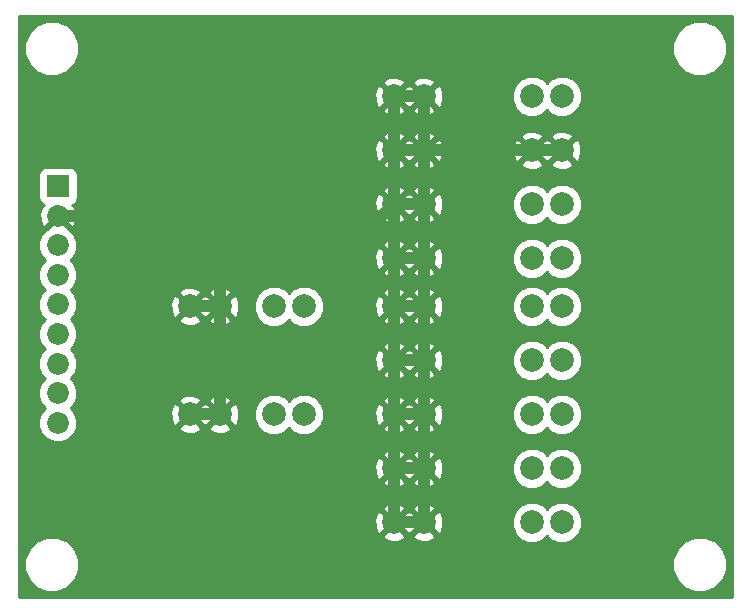
<source format=gbr>
G04 #@! TF.FileFunction,Copper,L2,Bot,Signal*
%FSLAX46Y46*%
G04 Gerber Fmt 4.6, Leading zero omitted, Abs format (unit mm)*
G04 Created by KiCad (PCBNEW 4.0.7) date 05/30/18 05:48:27*
%MOMM*%
%LPD*%
G01*
G04 APERTURE LIST*
%ADD10C,0.100000*%
%ADD11R,1.850000X1.850000*%
%ADD12C,1.850000*%
%ADD13C,2.000000*%
%ADD14C,0.800000*%
%ADD15C,1.000000*%
%ADD16C,0.254000*%
G04 APERTURE END LIST*
D10*
D11*
X120396000Y-91948000D03*
D12*
X120396000Y-94448000D03*
X120396000Y-96948000D03*
X120396000Y-99448000D03*
X120396000Y-101948000D03*
X120396000Y-104448000D03*
X120396000Y-106948000D03*
X120396000Y-109448000D03*
X120396000Y-111948000D03*
D13*
X160528000Y-88900000D03*
X163068000Y-88900000D03*
X160528000Y-84328000D03*
X163068000Y-84328000D03*
X160528000Y-93472000D03*
X163068000Y-93472000D03*
X160528000Y-98044000D03*
X163068000Y-98044000D03*
X160528000Y-102108000D03*
X163068000Y-102108000D03*
X138684000Y-102108000D03*
X141224000Y-102108000D03*
X160528000Y-106680000D03*
X163068000Y-106680000D03*
X160528000Y-111252000D03*
X163068000Y-111252000D03*
X138684000Y-111252000D03*
X141224000Y-111252000D03*
X160528000Y-115824000D03*
X163068000Y-115824000D03*
X160528000Y-120396000D03*
X163068000Y-120396000D03*
X148844000Y-102108000D03*
X151384000Y-102108000D03*
X148844000Y-111252000D03*
X151384000Y-111252000D03*
X148844000Y-84328000D03*
X151384000Y-84328000D03*
X148844000Y-98044000D03*
X151384000Y-98044000D03*
X148844000Y-106680000D03*
X151384000Y-106680000D03*
X148844000Y-115824000D03*
X151384000Y-115824000D03*
X148844000Y-93472000D03*
X151384000Y-93472000D03*
X131572000Y-102108000D03*
X134112000Y-102108000D03*
X131572000Y-111252000D03*
X134112000Y-111252000D03*
X148844000Y-120396000D03*
X151384000Y-120396000D03*
X148844000Y-88900000D03*
X151384000Y-88900000D03*
D14*
X134620000Y-97028000D03*
D15*
X134620000Y-97028000D02*
X134112000Y-97028000D01*
X134112000Y-97028000D02*
X134620000Y-97028000D01*
X134112000Y-111252000D02*
X134112000Y-102108000D01*
X134112000Y-102108000D02*
X134112000Y-94488000D01*
X131572000Y-111252000D02*
X134112000Y-111252000D01*
X131572000Y-102108000D02*
X134112000Y-102108000D01*
X148844000Y-120396000D02*
X151384000Y-120396000D01*
X148844000Y-115824000D02*
X151384000Y-115824000D01*
X148844000Y-111252000D02*
X151384000Y-111252000D01*
X148844000Y-106680000D02*
X151384000Y-106680000D01*
X148844000Y-102108000D02*
X151384000Y-102108000D01*
X148844000Y-98044000D02*
X151384000Y-98044000D01*
X148844000Y-93472000D02*
X151384000Y-93472000D01*
X148844000Y-88900000D02*
X151384000Y-88900000D01*
X148844000Y-84328000D02*
X151384000Y-84328000D01*
X151384000Y-88900000D02*
X160528000Y-88900000D01*
X160528000Y-88900000D02*
X163068000Y-88900000D01*
X151384000Y-120396000D02*
X151384000Y-115824000D01*
X151384000Y-115824000D02*
X151384000Y-111252000D01*
X151384000Y-111252000D02*
X151384000Y-106680000D01*
X151384000Y-106680000D02*
X151384000Y-102108000D01*
X151384000Y-102108000D02*
X151384000Y-98044000D01*
X151384000Y-98044000D02*
X151384000Y-93472000D01*
X151384000Y-93472000D02*
X151384000Y-88900000D01*
X151384000Y-88900000D02*
X151384000Y-84328000D01*
X148844000Y-88900000D02*
X148844000Y-93472000D01*
X148844000Y-93472000D02*
X148844000Y-98044000D01*
X148844000Y-98044000D02*
X148844000Y-102108000D01*
X148844000Y-102108000D02*
X148844000Y-106680000D01*
X148844000Y-106680000D02*
X148844000Y-111252000D01*
X148844000Y-111252000D02*
X148844000Y-115824000D01*
X148844000Y-115824000D02*
X148844000Y-120396000D01*
X148844000Y-84328000D02*
X148844000Y-88900000D01*
X120396000Y-94448000D02*
X120436000Y-94488000D01*
X120436000Y-94488000D02*
X134112000Y-94488000D01*
X134112000Y-94488000D02*
X147828000Y-94488000D01*
X147828000Y-94488000D02*
X148844000Y-93472000D01*
D16*
G36*
X177506000Y-126706000D02*
X117134000Y-126706000D01*
X117134000Y-124412838D01*
X117560597Y-124412838D01*
X117914115Y-125268418D01*
X118568139Y-125923585D01*
X119423100Y-126278596D01*
X120348838Y-126279403D01*
X121204418Y-125925885D01*
X121859585Y-125271861D01*
X122214596Y-124416900D01*
X122214599Y-124412838D01*
X172424597Y-124412838D01*
X172778115Y-125268418D01*
X173432139Y-125923585D01*
X174287100Y-126278596D01*
X175212838Y-126279403D01*
X176068418Y-125925885D01*
X176723585Y-125271861D01*
X177078596Y-124416900D01*
X177079403Y-123491162D01*
X176725885Y-122635582D01*
X176071861Y-121980415D01*
X175216900Y-121625404D01*
X174291162Y-121624597D01*
X173435582Y-121978115D01*
X172780415Y-122632139D01*
X172425404Y-123487100D01*
X172424597Y-124412838D01*
X122214599Y-124412838D01*
X122215403Y-123491162D01*
X121861885Y-122635582D01*
X121207861Y-121980415D01*
X120352900Y-121625404D01*
X119427162Y-121624597D01*
X118571582Y-121978115D01*
X117916415Y-122632139D01*
X117561404Y-123487100D01*
X117560597Y-124412838D01*
X117134000Y-124412838D01*
X117134000Y-121548532D01*
X147871073Y-121548532D01*
X147969736Y-121815387D01*
X148579461Y-122041908D01*
X149229460Y-122017856D01*
X149718264Y-121815387D01*
X149816927Y-121548532D01*
X150411073Y-121548532D01*
X150509736Y-121815387D01*
X151119461Y-122041908D01*
X151769460Y-122017856D01*
X152258264Y-121815387D01*
X152356927Y-121548532D01*
X151384000Y-120575605D01*
X150411073Y-121548532D01*
X149816927Y-121548532D01*
X148844000Y-120575605D01*
X147871073Y-121548532D01*
X117134000Y-121548532D01*
X117134000Y-120131461D01*
X147198092Y-120131461D01*
X147222144Y-120781460D01*
X147424613Y-121270264D01*
X147691468Y-121368927D01*
X148664395Y-120396000D01*
X149023605Y-120396000D01*
X149996532Y-121368927D01*
X150114000Y-121325496D01*
X150231468Y-121368927D01*
X151204395Y-120396000D01*
X151563605Y-120396000D01*
X152536532Y-121368927D01*
X152803387Y-121270264D01*
X153001125Y-120738014D01*
X158800701Y-120738014D01*
X159063067Y-121372989D01*
X159548456Y-121859226D01*
X160182971Y-122122700D01*
X160870014Y-122123299D01*
X161504989Y-121860933D01*
X161798085Y-121568348D01*
X162088456Y-121859226D01*
X162722971Y-122122700D01*
X163410014Y-122123299D01*
X164044989Y-121860933D01*
X164531226Y-121375544D01*
X164794700Y-120741029D01*
X164795299Y-120053986D01*
X164532933Y-119419011D01*
X164047544Y-118932774D01*
X163413029Y-118669300D01*
X162725986Y-118668701D01*
X162091011Y-118931067D01*
X161797915Y-119223652D01*
X161507544Y-118932774D01*
X160873029Y-118669300D01*
X160185986Y-118668701D01*
X159551011Y-118931067D01*
X159064774Y-119416456D01*
X158801300Y-120050971D01*
X158800701Y-120738014D01*
X153001125Y-120738014D01*
X153029908Y-120660539D01*
X153005856Y-120010540D01*
X152803387Y-119521736D01*
X152536532Y-119423073D01*
X151563605Y-120396000D01*
X151204395Y-120396000D01*
X150231468Y-119423073D01*
X150114000Y-119466504D01*
X149996532Y-119423073D01*
X149023605Y-120396000D01*
X148664395Y-120396000D01*
X147691468Y-119423073D01*
X147424613Y-119521736D01*
X147198092Y-120131461D01*
X117134000Y-120131461D01*
X117134000Y-119243468D01*
X147871073Y-119243468D01*
X148844000Y-120216395D01*
X149816927Y-119243468D01*
X150411073Y-119243468D01*
X151384000Y-120216395D01*
X152356927Y-119243468D01*
X152258264Y-118976613D01*
X151648539Y-118750092D01*
X150998540Y-118774144D01*
X150509736Y-118976613D01*
X150411073Y-119243468D01*
X149816927Y-119243468D01*
X149718264Y-118976613D01*
X149108539Y-118750092D01*
X148458540Y-118774144D01*
X147969736Y-118976613D01*
X147871073Y-119243468D01*
X117134000Y-119243468D01*
X117134000Y-116976532D01*
X147871073Y-116976532D01*
X147969736Y-117243387D01*
X148579461Y-117469908D01*
X149229460Y-117445856D01*
X149718264Y-117243387D01*
X149816927Y-116976532D01*
X150411073Y-116976532D01*
X150509736Y-117243387D01*
X151119461Y-117469908D01*
X151769460Y-117445856D01*
X152258264Y-117243387D01*
X152356927Y-116976532D01*
X151384000Y-116003605D01*
X150411073Y-116976532D01*
X149816927Y-116976532D01*
X148844000Y-116003605D01*
X147871073Y-116976532D01*
X117134000Y-116976532D01*
X117134000Y-115559461D01*
X147198092Y-115559461D01*
X147222144Y-116209460D01*
X147424613Y-116698264D01*
X147691468Y-116796927D01*
X148664395Y-115824000D01*
X149023605Y-115824000D01*
X149996532Y-116796927D01*
X150114000Y-116753496D01*
X150231468Y-116796927D01*
X151204395Y-115824000D01*
X151563605Y-115824000D01*
X152536532Y-116796927D01*
X152803387Y-116698264D01*
X153001125Y-116166014D01*
X158800701Y-116166014D01*
X159063067Y-116800989D01*
X159548456Y-117287226D01*
X160182971Y-117550700D01*
X160870014Y-117551299D01*
X161504989Y-117288933D01*
X161798085Y-116996348D01*
X162088456Y-117287226D01*
X162722971Y-117550700D01*
X163410014Y-117551299D01*
X164044989Y-117288933D01*
X164531226Y-116803544D01*
X164794700Y-116169029D01*
X164795299Y-115481986D01*
X164532933Y-114847011D01*
X164047544Y-114360774D01*
X163413029Y-114097300D01*
X162725986Y-114096701D01*
X162091011Y-114359067D01*
X161797915Y-114651652D01*
X161507544Y-114360774D01*
X160873029Y-114097300D01*
X160185986Y-114096701D01*
X159551011Y-114359067D01*
X159064774Y-114844456D01*
X158801300Y-115478971D01*
X158800701Y-116166014D01*
X153001125Y-116166014D01*
X153029908Y-116088539D01*
X153005856Y-115438540D01*
X152803387Y-114949736D01*
X152536532Y-114851073D01*
X151563605Y-115824000D01*
X151204395Y-115824000D01*
X150231468Y-114851073D01*
X150114000Y-114894504D01*
X149996532Y-114851073D01*
X149023605Y-115824000D01*
X148664395Y-115824000D01*
X147691468Y-114851073D01*
X147424613Y-114949736D01*
X147198092Y-115559461D01*
X117134000Y-115559461D01*
X117134000Y-114671468D01*
X147871073Y-114671468D01*
X148844000Y-115644395D01*
X149816927Y-114671468D01*
X150411073Y-114671468D01*
X151384000Y-115644395D01*
X152356927Y-114671468D01*
X152258264Y-114404613D01*
X151648539Y-114178092D01*
X150998540Y-114202144D01*
X150509736Y-114404613D01*
X150411073Y-114671468D01*
X149816927Y-114671468D01*
X149718264Y-114404613D01*
X149108539Y-114178092D01*
X148458540Y-114202144D01*
X147969736Y-114404613D01*
X147871073Y-114671468D01*
X117134000Y-114671468D01*
X117134000Y-97275162D01*
X118743713Y-97275162D01*
X118994686Y-97882561D01*
X119309718Y-98198143D01*
X118996319Y-98510995D01*
X118744287Y-99117955D01*
X118743713Y-99775162D01*
X118994686Y-100382561D01*
X119309718Y-100698143D01*
X118996319Y-101010995D01*
X118744287Y-101617955D01*
X118743713Y-102275162D01*
X118994686Y-102882561D01*
X119309718Y-103198143D01*
X118996319Y-103510995D01*
X118744287Y-104117955D01*
X118743713Y-104775162D01*
X118994686Y-105382561D01*
X119309718Y-105698143D01*
X118996319Y-106010995D01*
X118744287Y-106617955D01*
X118743713Y-107275162D01*
X118994686Y-107882561D01*
X119309718Y-108198143D01*
X118996319Y-108510995D01*
X118744287Y-109117955D01*
X118743713Y-109775162D01*
X118994686Y-110382561D01*
X119309718Y-110698143D01*
X118996319Y-111010995D01*
X118744287Y-111617955D01*
X118743713Y-112275162D01*
X118994686Y-112882561D01*
X119458995Y-113347681D01*
X120065955Y-113599713D01*
X120723162Y-113600287D01*
X121330561Y-113349314D01*
X121795681Y-112885005D01*
X121995190Y-112404532D01*
X130599073Y-112404532D01*
X130697736Y-112671387D01*
X131307461Y-112897908D01*
X131957460Y-112873856D01*
X132446264Y-112671387D01*
X132544927Y-112404532D01*
X133139073Y-112404532D01*
X133237736Y-112671387D01*
X133847461Y-112897908D01*
X134497460Y-112873856D01*
X134986264Y-112671387D01*
X135084927Y-112404532D01*
X134112000Y-111431605D01*
X133139073Y-112404532D01*
X132544927Y-112404532D01*
X131572000Y-111431605D01*
X130599073Y-112404532D01*
X121995190Y-112404532D01*
X122047713Y-112278045D01*
X122048287Y-111620838D01*
X121797314Y-111013439D01*
X121771382Y-110987461D01*
X129926092Y-110987461D01*
X129950144Y-111637460D01*
X130152613Y-112126264D01*
X130419468Y-112224927D01*
X131392395Y-111252000D01*
X131751605Y-111252000D01*
X132724532Y-112224927D01*
X132842000Y-112181496D01*
X132959468Y-112224927D01*
X133932395Y-111252000D01*
X134291605Y-111252000D01*
X135264532Y-112224927D01*
X135531387Y-112126264D01*
X135729125Y-111594014D01*
X136956701Y-111594014D01*
X137219067Y-112228989D01*
X137704456Y-112715226D01*
X138338971Y-112978700D01*
X139026014Y-112979299D01*
X139660989Y-112716933D01*
X139954085Y-112424348D01*
X140244456Y-112715226D01*
X140878971Y-112978700D01*
X141566014Y-112979299D01*
X142200989Y-112716933D01*
X142513935Y-112404532D01*
X147871073Y-112404532D01*
X147969736Y-112671387D01*
X148579461Y-112897908D01*
X149229460Y-112873856D01*
X149718264Y-112671387D01*
X149816927Y-112404532D01*
X150411073Y-112404532D01*
X150509736Y-112671387D01*
X151119461Y-112897908D01*
X151769460Y-112873856D01*
X152258264Y-112671387D01*
X152356927Y-112404532D01*
X151384000Y-111431605D01*
X150411073Y-112404532D01*
X149816927Y-112404532D01*
X148844000Y-111431605D01*
X147871073Y-112404532D01*
X142513935Y-112404532D01*
X142687226Y-112231544D01*
X142950700Y-111597029D01*
X142951231Y-110987461D01*
X147198092Y-110987461D01*
X147222144Y-111637460D01*
X147424613Y-112126264D01*
X147691468Y-112224927D01*
X148664395Y-111252000D01*
X149023605Y-111252000D01*
X149996532Y-112224927D01*
X150114000Y-112181496D01*
X150231468Y-112224927D01*
X151204395Y-111252000D01*
X151563605Y-111252000D01*
X152536532Y-112224927D01*
X152803387Y-112126264D01*
X153001125Y-111594014D01*
X158800701Y-111594014D01*
X159063067Y-112228989D01*
X159548456Y-112715226D01*
X160182971Y-112978700D01*
X160870014Y-112979299D01*
X161504989Y-112716933D01*
X161798085Y-112424348D01*
X162088456Y-112715226D01*
X162722971Y-112978700D01*
X163410014Y-112979299D01*
X164044989Y-112716933D01*
X164531226Y-112231544D01*
X164794700Y-111597029D01*
X164795299Y-110909986D01*
X164532933Y-110275011D01*
X164047544Y-109788774D01*
X163413029Y-109525300D01*
X162725986Y-109524701D01*
X162091011Y-109787067D01*
X161797915Y-110079652D01*
X161507544Y-109788774D01*
X160873029Y-109525300D01*
X160185986Y-109524701D01*
X159551011Y-109787067D01*
X159064774Y-110272456D01*
X158801300Y-110906971D01*
X158800701Y-111594014D01*
X153001125Y-111594014D01*
X153029908Y-111516539D01*
X153005856Y-110866540D01*
X152803387Y-110377736D01*
X152536532Y-110279073D01*
X151563605Y-111252000D01*
X151204395Y-111252000D01*
X150231468Y-110279073D01*
X150114000Y-110322504D01*
X149996532Y-110279073D01*
X149023605Y-111252000D01*
X148664395Y-111252000D01*
X147691468Y-110279073D01*
X147424613Y-110377736D01*
X147198092Y-110987461D01*
X142951231Y-110987461D01*
X142951299Y-110909986D01*
X142688933Y-110275011D01*
X142513697Y-110099468D01*
X147871073Y-110099468D01*
X148844000Y-111072395D01*
X149816927Y-110099468D01*
X150411073Y-110099468D01*
X151384000Y-111072395D01*
X152356927Y-110099468D01*
X152258264Y-109832613D01*
X151648539Y-109606092D01*
X150998540Y-109630144D01*
X150509736Y-109832613D01*
X150411073Y-110099468D01*
X149816927Y-110099468D01*
X149718264Y-109832613D01*
X149108539Y-109606092D01*
X148458540Y-109630144D01*
X147969736Y-109832613D01*
X147871073Y-110099468D01*
X142513697Y-110099468D01*
X142203544Y-109788774D01*
X141569029Y-109525300D01*
X140881986Y-109524701D01*
X140247011Y-109787067D01*
X139953915Y-110079652D01*
X139663544Y-109788774D01*
X139029029Y-109525300D01*
X138341986Y-109524701D01*
X137707011Y-109787067D01*
X137220774Y-110272456D01*
X136957300Y-110906971D01*
X136956701Y-111594014D01*
X135729125Y-111594014D01*
X135757908Y-111516539D01*
X135733856Y-110866540D01*
X135531387Y-110377736D01*
X135264532Y-110279073D01*
X134291605Y-111252000D01*
X133932395Y-111252000D01*
X132959468Y-110279073D01*
X132842000Y-110322504D01*
X132724532Y-110279073D01*
X131751605Y-111252000D01*
X131392395Y-111252000D01*
X130419468Y-110279073D01*
X130152613Y-110377736D01*
X129926092Y-110987461D01*
X121771382Y-110987461D01*
X121482282Y-110697857D01*
X121795681Y-110385005D01*
X121914246Y-110099468D01*
X130599073Y-110099468D01*
X131572000Y-111072395D01*
X132544927Y-110099468D01*
X133139073Y-110099468D01*
X134112000Y-111072395D01*
X135084927Y-110099468D01*
X134986264Y-109832613D01*
X134376539Y-109606092D01*
X133726540Y-109630144D01*
X133237736Y-109832613D01*
X133139073Y-110099468D01*
X132544927Y-110099468D01*
X132446264Y-109832613D01*
X131836539Y-109606092D01*
X131186540Y-109630144D01*
X130697736Y-109832613D01*
X130599073Y-110099468D01*
X121914246Y-110099468D01*
X122047713Y-109778045D01*
X122048287Y-109120838D01*
X121797314Y-108513439D01*
X121482282Y-108197857D01*
X121795681Y-107885005D01*
X121817469Y-107832532D01*
X147871073Y-107832532D01*
X147969736Y-108099387D01*
X148579461Y-108325908D01*
X149229460Y-108301856D01*
X149718264Y-108099387D01*
X149816927Y-107832532D01*
X150411073Y-107832532D01*
X150509736Y-108099387D01*
X151119461Y-108325908D01*
X151769460Y-108301856D01*
X152258264Y-108099387D01*
X152356927Y-107832532D01*
X151384000Y-106859605D01*
X150411073Y-107832532D01*
X149816927Y-107832532D01*
X148844000Y-106859605D01*
X147871073Y-107832532D01*
X121817469Y-107832532D01*
X122047713Y-107278045D01*
X122048287Y-106620838D01*
X121963427Y-106415461D01*
X147198092Y-106415461D01*
X147222144Y-107065460D01*
X147424613Y-107554264D01*
X147691468Y-107652927D01*
X148664395Y-106680000D01*
X149023605Y-106680000D01*
X149996532Y-107652927D01*
X150114000Y-107609496D01*
X150231468Y-107652927D01*
X151204395Y-106680000D01*
X151563605Y-106680000D01*
X152536532Y-107652927D01*
X152803387Y-107554264D01*
X153001125Y-107022014D01*
X158800701Y-107022014D01*
X159063067Y-107656989D01*
X159548456Y-108143226D01*
X160182971Y-108406700D01*
X160870014Y-108407299D01*
X161504989Y-108144933D01*
X161798085Y-107852348D01*
X162088456Y-108143226D01*
X162722971Y-108406700D01*
X163410014Y-108407299D01*
X164044989Y-108144933D01*
X164531226Y-107659544D01*
X164794700Y-107025029D01*
X164795299Y-106337986D01*
X164532933Y-105703011D01*
X164047544Y-105216774D01*
X163413029Y-104953300D01*
X162725986Y-104952701D01*
X162091011Y-105215067D01*
X161797915Y-105507652D01*
X161507544Y-105216774D01*
X160873029Y-104953300D01*
X160185986Y-104952701D01*
X159551011Y-105215067D01*
X159064774Y-105700456D01*
X158801300Y-106334971D01*
X158800701Y-107022014D01*
X153001125Y-107022014D01*
X153029908Y-106944539D01*
X153005856Y-106294540D01*
X152803387Y-105805736D01*
X152536532Y-105707073D01*
X151563605Y-106680000D01*
X151204395Y-106680000D01*
X150231468Y-105707073D01*
X150114000Y-105750504D01*
X149996532Y-105707073D01*
X149023605Y-106680000D01*
X148664395Y-106680000D01*
X147691468Y-105707073D01*
X147424613Y-105805736D01*
X147198092Y-106415461D01*
X121963427Y-106415461D01*
X121797314Y-106013439D01*
X121482282Y-105697857D01*
X121652968Y-105527468D01*
X147871073Y-105527468D01*
X148844000Y-106500395D01*
X149816927Y-105527468D01*
X150411073Y-105527468D01*
X151384000Y-106500395D01*
X152356927Y-105527468D01*
X152258264Y-105260613D01*
X151648539Y-105034092D01*
X150998540Y-105058144D01*
X150509736Y-105260613D01*
X150411073Y-105527468D01*
X149816927Y-105527468D01*
X149718264Y-105260613D01*
X149108539Y-105034092D01*
X148458540Y-105058144D01*
X147969736Y-105260613D01*
X147871073Y-105527468D01*
X121652968Y-105527468D01*
X121795681Y-105385005D01*
X122047713Y-104778045D01*
X122048287Y-104120838D01*
X121797314Y-103513439D01*
X121544848Y-103260532D01*
X130599073Y-103260532D01*
X130697736Y-103527387D01*
X131307461Y-103753908D01*
X131957460Y-103729856D01*
X132446264Y-103527387D01*
X132544927Y-103260532D01*
X133139073Y-103260532D01*
X133237736Y-103527387D01*
X133847461Y-103753908D01*
X134497460Y-103729856D01*
X134986264Y-103527387D01*
X135084927Y-103260532D01*
X134112000Y-102287605D01*
X133139073Y-103260532D01*
X132544927Y-103260532D01*
X131572000Y-102287605D01*
X130599073Y-103260532D01*
X121544848Y-103260532D01*
X121482282Y-103197857D01*
X121795681Y-102885005D01*
X122047713Y-102278045D01*
X122048092Y-101843461D01*
X129926092Y-101843461D01*
X129950144Y-102493460D01*
X130152613Y-102982264D01*
X130419468Y-103080927D01*
X131392395Y-102108000D01*
X131751605Y-102108000D01*
X132724532Y-103080927D01*
X132842000Y-103037496D01*
X132959468Y-103080927D01*
X133932395Y-102108000D01*
X134291605Y-102108000D01*
X135264532Y-103080927D01*
X135531387Y-102982264D01*
X135729125Y-102450014D01*
X136956701Y-102450014D01*
X137219067Y-103084989D01*
X137704456Y-103571226D01*
X138338971Y-103834700D01*
X139026014Y-103835299D01*
X139660989Y-103572933D01*
X139954085Y-103280348D01*
X140244456Y-103571226D01*
X140878971Y-103834700D01*
X141566014Y-103835299D01*
X142200989Y-103572933D01*
X142513935Y-103260532D01*
X147871073Y-103260532D01*
X147969736Y-103527387D01*
X148579461Y-103753908D01*
X149229460Y-103729856D01*
X149718264Y-103527387D01*
X149816927Y-103260532D01*
X150411073Y-103260532D01*
X150509736Y-103527387D01*
X151119461Y-103753908D01*
X151769460Y-103729856D01*
X152258264Y-103527387D01*
X152356927Y-103260532D01*
X151384000Y-102287605D01*
X150411073Y-103260532D01*
X149816927Y-103260532D01*
X148844000Y-102287605D01*
X147871073Y-103260532D01*
X142513935Y-103260532D01*
X142687226Y-103087544D01*
X142950700Y-102453029D01*
X142951231Y-101843461D01*
X147198092Y-101843461D01*
X147222144Y-102493460D01*
X147424613Y-102982264D01*
X147691468Y-103080927D01*
X148664395Y-102108000D01*
X149023605Y-102108000D01*
X149996532Y-103080927D01*
X150114000Y-103037496D01*
X150231468Y-103080927D01*
X151204395Y-102108000D01*
X151563605Y-102108000D01*
X152536532Y-103080927D01*
X152803387Y-102982264D01*
X153001125Y-102450014D01*
X158800701Y-102450014D01*
X159063067Y-103084989D01*
X159548456Y-103571226D01*
X160182971Y-103834700D01*
X160870014Y-103835299D01*
X161504989Y-103572933D01*
X161798085Y-103280348D01*
X162088456Y-103571226D01*
X162722971Y-103834700D01*
X163410014Y-103835299D01*
X164044989Y-103572933D01*
X164531226Y-103087544D01*
X164794700Y-102453029D01*
X164795299Y-101765986D01*
X164532933Y-101131011D01*
X164047544Y-100644774D01*
X163413029Y-100381300D01*
X162725986Y-100380701D01*
X162091011Y-100643067D01*
X161797915Y-100935652D01*
X161507544Y-100644774D01*
X160873029Y-100381300D01*
X160185986Y-100380701D01*
X159551011Y-100643067D01*
X159064774Y-101128456D01*
X158801300Y-101762971D01*
X158800701Y-102450014D01*
X153001125Y-102450014D01*
X153029908Y-102372539D01*
X153005856Y-101722540D01*
X152803387Y-101233736D01*
X152536532Y-101135073D01*
X151563605Y-102108000D01*
X151204395Y-102108000D01*
X150231468Y-101135073D01*
X150114000Y-101178504D01*
X149996532Y-101135073D01*
X149023605Y-102108000D01*
X148664395Y-102108000D01*
X147691468Y-101135073D01*
X147424613Y-101233736D01*
X147198092Y-101843461D01*
X142951231Y-101843461D01*
X142951299Y-101765986D01*
X142688933Y-101131011D01*
X142513697Y-100955468D01*
X147871073Y-100955468D01*
X148844000Y-101928395D01*
X149816927Y-100955468D01*
X150411073Y-100955468D01*
X151384000Y-101928395D01*
X152356927Y-100955468D01*
X152258264Y-100688613D01*
X151648539Y-100462092D01*
X150998540Y-100486144D01*
X150509736Y-100688613D01*
X150411073Y-100955468D01*
X149816927Y-100955468D01*
X149718264Y-100688613D01*
X149108539Y-100462092D01*
X148458540Y-100486144D01*
X147969736Y-100688613D01*
X147871073Y-100955468D01*
X142513697Y-100955468D01*
X142203544Y-100644774D01*
X141569029Y-100381300D01*
X140881986Y-100380701D01*
X140247011Y-100643067D01*
X139953915Y-100935652D01*
X139663544Y-100644774D01*
X139029029Y-100381300D01*
X138341986Y-100380701D01*
X137707011Y-100643067D01*
X137220774Y-101128456D01*
X136957300Y-101762971D01*
X136956701Y-102450014D01*
X135729125Y-102450014D01*
X135757908Y-102372539D01*
X135733856Y-101722540D01*
X135531387Y-101233736D01*
X135264532Y-101135073D01*
X134291605Y-102108000D01*
X133932395Y-102108000D01*
X132959468Y-101135073D01*
X132842000Y-101178504D01*
X132724532Y-101135073D01*
X131751605Y-102108000D01*
X131392395Y-102108000D01*
X130419468Y-101135073D01*
X130152613Y-101233736D01*
X129926092Y-101843461D01*
X122048092Y-101843461D01*
X122048287Y-101620838D01*
X121797314Y-101013439D01*
X121739445Y-100955468D01*
X130599073Y-100955468D01*
X131572000Y-101928395D01*
X132544927Y-100955468D01*
X133139073Y-100955468D01*
X134112000Y-101928395D01*
X135084927Y-100955468D01*
X134986264Y-100688613D01*
X134376539Y-100462092D01*
X133726540Y-100486144D01*
X133237736Y-100688613D01*
X133139073Y-100955468D01*
X132544927Y-100955468D01*
X132446264Y-100688613D01*
X131836539Y-100462092D01*
X131186540Y-100486144D01*
X130697736Y-100688613D01*
X130599073Y-100955468D01*
X121739445Y-100955468D01*
X121482282Y-100697857D01*
X121795681Y-100385005D01*
X122047713Y-99778045D01*
X122048220Y-99196532D01*
X147871073Y-99196532D01*
X147969736Y-99463387D01*
X148579461Y-99689908D01*
X149229460Y-99665856D01*
X149718264Y-99463387D01*
X149816927Y-99196532D01*
X150411073Y-99196532D01*
X150509736Y-99463387D01*
X151119461Y-99689908D01*
X151769460Y-99665856D01*
X152258264Y-99463387D01*
X152356927Y-99196532D01*
X151384000Y-98223605D01*
X150411073Y-99196532D01*
X149816927Y-99196532D01*
X148844000Y-98223605D01*
X147871073Y-99196532D01*
X122048220Y-99196532D01*
X122048287Y-99120838D01*
X121797314Y-98513439D01*
X121482282Y-98197857D01*
X121795681Y-97885005D01*
X121839506Y-97779461D01*
X147198092Y-97779461D01*
X147222144Y-98429460D01*
X147424613Y-98918264D01*
X147691468Y-99016927D01*
X148664395Y-98044000D01*
X149023605Y-98044000D01*
X149996532Y-99016927D01*
X150114000Y-98973496D01*
X150231468Y-99016927D01*
X151204395Y-98044000D01*
X151563605Y-98044000D01*
X152536532Y-99016927D01*
X152803387Y-98918264D01*
X153001125Y-98386014D01*
X158800701Y-98386014D01*
X159063067Y-99020989D01*
X159548456Y-99507226D01*
X160182971Y-99770700D01*
X160870014Y-99771299D01*
X161504989Y-99508933D01*
X161798085Y-99216348D01*
X162088456Y-99507226D01*
X162722971Y-99770700D01*
X163410014Y-99771299D01*
X164044989Y-99508933D01*
X164531226Y-99023544D01*
X164794700Y-98389029D01*
X164795299Y-97701986D01*
X164532933Y-97067011D01*
X164047544Y-96580774D01*
X163413029Y-96317300D01*
X162725986Y-96316701D01*
X162091011Y-96579067D01*
X161797915Y-96871652D01*
X161507544Y-96580774D01*
X160873029Y-96317300D01*
X160185986Y-96316701D01*
X159551011Y-96579067D01*
X159064774Y-97064456D01*
X158801300Y-97698971D01*
X158800701Y-98386014D01*
X153001125Y-98386014D01*
X153029908Y-98308539D01*
X153005856Y-97658540D01*
X152803387Y-97169736D01*
X152536532Y-97071073D01*
X151563605Y-98044000D01*
X151204395Y-98044000D01*
X150231468Y-97071073D01*
X150114000Y-97114504D01*
X149996532Y-97071073D01*
X149023605Y-98044000D01*
X148664395Y-98044000D01*
X147691468Y-97071073D01*
X147424613Y-97169736D01*
X147198092Y-97779461D01*
X121839506Y-97779461D01*
X122047713Y-97278045D01*
X122048050Y-96891468D01*
X147871073Y-96891468D01*
X148844000Y-97864395D01*
X149816927Y-96891468D01*
X150411073Y-96891468D01*
X151384000Y-97864395D01*
X152356927Y-96891468D01*
X152258264Y-96624613D01*
X151648539Y-96398092D01*
X150998540Y-96422144D01*
X150509736Y-96624613D01*
X150411073Y-96891468D01*
X149816927Y-96891468D01*
X149718264Y-96624613D01*
X149108539Y-96398092D01*
X148458540Y-96422144D01*
X147969736Y-96624613D01*
X147871073Y-96891468D01*
X122048050Y-96891468D01*
X122048287Y-96620838D01*
X121797314Y-96013439D01*
X121333005Y-95548319D01*
X121305146Y-95536751D01*
X120396000Y-94627605D01*
X119487819Y-95535786D01*
X119461439Y-95546686D01*
X118996319Y-96010995D01*
X118744287Y-96617955D01*
X118743713Y-97275162D01*
X117134000Y-97275162D01*
X117134000Y-91023000D01*
X118729758Y-91023000D01*
X118729758Y-92873000D01*
X118780451Y-93142410D01*
X118939672Y-93389846D01*
X119182615Y-93555843D01*
X119206829Y-93560746D01*
X119038668Y-93618821D01*
X118824675Y-94201368D01*
X118849903Y-94821461D01*
X119038668Y-95277179D01*
X119297744Y-95366651D01*
X120216395Y-94448000D01*
X120202253Y-94433858D01*
X120381858Y-94254253D01*
X120396000Y-94268395D01*
X120410143Y-94254253D01*
X120589748Y-94433858D01*
X120575605Y-94448000D01*
X121494256Y-95366651D01*
X121753332Y-95277179D01*
X121967325Y-94694632D01*
X121964474Y-94624532D01*
X147871073Y-94624532D01*
X147969736Y-94891387D01*
X148579461Y-95117908D01*
X149229460Y-95093856D01*
X149718264Y-94891387D01*
X149816927Y-94624532D01*
X150411073Y-94624532D01*
X150509736Y-94891387D01*
X151119461Y-95117908D01*
X151769460Y-95093856D01*
X152258264Y-94891387D01*
X152356927Y-94624532D01*
X151384000Y-93651605D01*
X150411073Y-94624532D01*
X149816927Y-94624532D01*
X148844000Y-93651605D01*
X147871073Y-94624532D01*
X121964474Y-94624532D01*
X121942097Y-94074539D01*
X121753332Y-93618821D01*
X121591414Y-93562903D01*
X121837846Y-93404328D01*
X121972360Y-93207461D01*
X147198092Y-93207461D01*
X147222144Y-93857460D01*
X147424613Y-94346264D01*
X147691468Y-94444927D01*
X148664395Y-93472000D01*
X149023605Y-93472000D01*
X149996532Y-94444927D01*
X150114000Y-94401496D01*
X150231468Y-94444927D01*
X151204395Y-93472000D01*
X151563605Y-93472000D01*
X152536532Y-94444927D01*
X152803387Y-94346264D01*
X153001125Y-93814014D01*
X158800701Y-93814014D01*
X159063067Y-94448989D01*
X159548456Y-94935226D01*
X160182971Y-95198700D01*
X160870014Y-95199299D01*
X161504989Y-94936933D01*
X161798085Y-94644348D01*
X162088456Y-94935226D01*
X162722971Y-95198700D01*
X163410014Y-95199299D01*
X164044989Y-94936933D01*
X164531226Y-94451544D01*
X164794700Y-93817029D01*
X164795299Y-93129986D01*
X164532933Y-92495011D01*
X164047544Y-92008774D01*
X163413029Y-91745300D01*
X162725986Y-91744701D01*
X162091011Y-92007067D01*
X161797915Y-92299652D01*
X161507544Y-92008774D01*
X160873029Y-91745300D01*
X160185986Y-91744701D01*
X159551011Y-92007067D01*
X159064774Y-92492456D01*
X158801300Y-93126971D01*
X158800701Y-93814014D01*
X153001125Y-93814014D01*
X153029908Y-93736539D01*
X153005856Y-93086540D01*
X152803387Y-92597736D01*
X152536532Y-92499073D01*
X151563605Y-93472000D01*
X151204395Y-93472000D01*
X150231468Y-92499073D01*
X150114000Y-92542504D01*
X149996532Y-92499073D01*
X149023605Y-93472000D01*
X148664395Y-93472000D01*
X147691468Y-92499073D01*
X147424613Y-92597736D01*
X147198092Y-93207461D01*
X121972360Y-93207461D01*
X122003843Y-93161385D01*
X122062242Y-92873000D01*
X122062242Y-92319468D01*
X147871073Y-92319468D01*
X148844000Y-93292395D01*
X149816927Y-92319468D01*
X150411073Y-92319468D01*
X151384000Y-93292395D01*
X152356927Y-92319468D01*
X152258264Y-92052613D01*
X151648539Y-91826092D01*
X150998540Y-91850144D01*
X150509736Y-92052613D01*
X150411073Y-92319468D01*
X149816927Y-92319468D01*
X149718264Y-92052613D01*
X149108539Y-91826092D01*
X148458540Y-91850144D01*
X147969736Y-92052613D01*
X147871073Y-92319468D01*
X122062242Y-92319468D01*
X122062242Y-91023000D01*
X122011549Y-90753590D01*
X121852328Y-90506154D01*
X121609385Y-90340157D01*
X121321000Y-90281758D01*
X119471000Y-90281758D01*
X119201590Y-90332451D01*
X118954154Y-90491672D01*
X118788157Y-90734615D01*
X118729758Y-91023000D01*
X117134000Y-91023000D01*
X117134000Y-90052532D01*
X147871073Y-90052532D01*
X147969736Y-90319387D01*
X148579461Y-90545908D01*
X149229460Y-90521856D01*
X149718264Y-90319387D01*
X149816927Y-90052532D01*
X150411073Y-90052532D01*
X150509736Y-90319387D01*
X151119461Y-90545908D01*
X151769460Y-90521856D01*
X152258264Y-90319387D01*
X152356927Y-90052532D01*
X159555073Y-90052532D01*
X159653736Y-90319387D01*
X160263461Y-90545908D01*
X160913460Y-90521856D01*
X161402264Y-90319387D01*
X161500927Y-90052532D01*
X162095073Y-90052532D01*
X162193736Y-90319387D01*
X162803461Y-90545908D01*
X163453460Y-90521856D01*
X163942264Y-90319387D01*
X164040927Y-90052532D01*
X163068000Y-89079605D01*
X162095073Y-90052532D01*
X161500927Y-90052532D01*
X160528000Y-89079605D01*
X159555073Y-90052532D01*
X152356927Y-90052532D01*
X151384000Y-89079605D01*
X150411073Y-90052532D01*
X149816927Y-90052532D01*
X148844000Y-89079605D01*
X147871073Y-90052532D01*
X117134000Y-90052532D01*
X117134000Y-88635461D01*
X147198092Y-88635461D01*
X147222144Y-89285460D01*
X147424613Y-89774264D01*
X147691468Y-89872927D01*
X148664395Y-88900000D01*
X149023605Y-88900000D01*
X149996532Y-89872927D01*
X150114000Y-89829496D01*
X150231468Y-89872927D01*
X151204395Y-88900000D01*
X151563605Y-88900000D01*
X152536532Y-89872927D01*
X152803387Y-89774264D01*
X153029908Y-89164539D01*
X153010331Y-88635461D01*
X158882092Y-88635461D01*
X158906144Y-89285460D01*
X159108613Y-89774264D01*
X159375468Y-89872927D01*
X160348395Y-88900000D01*
X160707605Y-88900000D01*
X161680532Y-89872927D01*
X161798000Y-89829496D01*
X161915468Y-89872927D01*
X162888395Y-88900000D01*
X163247605Y-88900000D01*
X164220532Y-89872927D01*
X164487387Y-89774264D01*
X164713908Y-89164539D01*
X164689856Y-88514540D01*
X164487387Y-88025736D01*
X164220532Y-87927073D01*
X163247605Y-88900000D01*
X162888395Y-88900000D01*
X161915468Y-87927073D01*
X161798000Y-87970504D01*
X161680532Y-87927073D01*
X160707605Y-88900000D01*
X160348395Y-88900000D01*
X159375468Y-87927073D01*
X159108613Y-88025736D01*
X158882092Y-88635461D01*
X153010331Y-88635461D01*
X153005856Y-88514540D01*
X152803387Y-88025736D01*
X152536532Y-87927073D01*
X151563605Y-88900000D01*
X151204395Y-88900000D01*
X150231468Y-87927073D01*
X150114000Y-87970504D01*
X149996532Y-87927073D01*
X149023605Y-88900000D01*
X148664395Y-88900000D01*
X147691468Y-87927073D01*
X147424613Y-88025736D01*
X147198092Y-88635461D01*
X117134000Y-88635461D01*
X117134000Y-87747468D01*
X147871073Y-87747468D01*
X148844000Y-88720395D01*
X149816927Y-87747468D01*
X150411073Y-87747468D01*
X151384000Y-88720395D01*
X152356927Y-87747468D01*
X159555073Y-87747468D01*
X160528000Y-88720395D01*
X161500927Y-87747468D01*
X162095073Y-87747468D01*
X163068000Y-88720395D01*
X164040927Y-87747468D01*
X163942264Y-87480613D01*
X163332539Y-87254092D01*
X162682540Y-87278144D01*
X162193736Y-87480613D01*
X162095073Y-87747468D01*
X161500927Y-87747468D01*
X161402264Y-87480613D01*
X160792539Y-87254092D01*
X160142540Y-87278144D01*
X159653736Y-87480613D01*
X159555073Y-87747468D01*
X152356927Y-87747468D01*
X152258264Y-87480613D01*
X151648539Y-87254092D01*
X150998540Y-87278144D01*
X150509736Y-87480613D01*
X150411073Y-87747468D01*
X149816927Y-87747468D01*
X149718264Y-87480613D01*
X149108539Y-87254092D01*
X148458540Y-87278144D01*
X147969736Y-87480613D01*
X147871073Y-87747468D01*
X117134000Y-87747468D01*
X117134000Y-85480532D01*
X147871073Y-85480532D01*
X147969736Y-85747387D01*
X148579461Y-85973908D01*
X149229460Y-85949856D01*
X149718264Y-85747387D01*
X149816927Y-85480532D01*
X150411073Y-85480532D01*
X150509736Y-85747387D01*
X151119461Y-85973908D01*
X151769460Y-85949856D01*
X152258264Y-85747387D01*
X152356927Y-85480532D01*
X151384000Y-84507605D01*
X150411073Y-85480532D01*
X149816927Y-85480532D01*
X148844000Y-84507605D01*
X147871073Y-85480532D01*
X117134000Y-85480532D01*
X117134000Y-84063461D01*
X147198092Y-84063461D01*
X147222144Y-84713460D01*
X147424613Y-85202264D01*
X147691468Y-85300927D01*
X148664395Y-84328000D01*
X149023605Y-84328000D01*
X149996532Y-85300927D01*
X150114000Y-85257496D01*
X150231468Y-85300927D01*
X151204395Y-84328000D01*
X151563605Y-84328000D01*
X152536532Y-85300927D01*
X152803387Y-85202264D01*
X153001125Y-84670014D01*
X158800701Y-84670014D01*
X159063067Y-85304989D01*
X159548456Y-85791226D01*
X160182971Y-86054700D01*
X160870014Y-86055299D01*
X161504989Y-85792933D01*
X161798085Y-85500348D01*
X162088456Y-85791226D01*
X162722971Y-86054700D01*
X163410014Y-86055299D01*
X164044989Y-85792933D01*
X164531226Y-85307544D01*
X164794700Y-84673029D01*
X164795299Y-83985986D01*
X164532933Y-83351011D01*
X164047544Y-82864774D01*
X163413029Y-82601300D01*
X162725986Y-82600701D01*
X162091011Y-82863067D01*
X161797915Y-83155652D01*
X161507544Y-82864774D01*
X160873029Y-82601300D01*
X160185986Y-82600701D01*
X159551011Y-82863067D01*
X159064774Y-83348456D01*
X158801300Y-83982971D01*
X158800701Y-84670014D01*
X153001125Y-84670014D01*
X153029908Y-84592539D01*
X153005856Y-83942540D01*
X152803387Y-83453736D01*
X152536532Y-83355073D01*
X151563605Y-84328000D01*
X151204395Y-84328000D01*
X150231468Y-83355073D01*
X150114000Y-83398504D01*
X149996532Y-83355073D01*
X149023605Y-84328000D01*
X148664395Y-84328000D01*
X147691468Y-83355073D01*
X147424613Y-83453736D01*
X147198092Y-84063461D01*
X117134000Y-84063461D01*
X117134000Y-83175468D01*
X147871073Y-83175468D01*
X148844000Y-84148395D01*
X149816927Y-83175468D01*
X150411073Y-83175468D01*
X151384000Y-84148395D01*
X152356927Y-83175468D01*
X152258264Y-82908613D01*
X151648539Y-82682092D01*
X150998540Y-82706144D01*
X150509736Y-82908613D01*
X150411073Y-83175468D01*
X149816927Y-83175468D01*
X149718264Y-82908613D01*
X149108539Y-82682092D01*
X148458540Y-82706144D01*
X147969736Y-82908613D01*
X147871073Y-83175468D01*
X117134000Y-83175468D01*
X117134000Y-80724838D01*
X117560597Y-80724838D01*
X117914115Y-81580418D01*
X118568139Y-82235585D01*
X119423100Y-82590596D01*
X120348838Y-82591403D01*
X121204418Y-82237885D01*
X121859585Y-81583861D01*
X122214596Y-80728900D01*
X122214599Y-80724838D01*
X172424597Y-80724838D01*
X172778115Y-81580418D01*
X173432139Y-82235585D01*
X174287100Y-82590596D01*
X175212838Y-82591403D01*
X176068418Y-82237885D01*
X176723585Y-81583861D01*
X177078596Y-80728900D01*
X177079403Y-79803162D01*
X176725885Y-78947582D01*
X176071861Y-78292415D01*
X175216900Y-77937404D01*
X174291162Y-77936597D01*
X173435582Y-78290115D01*
X172780415Y-78944139D01*
X172425404Y-79799100D01*
X172424597Y-80724838D01*
X122214599Y-80724838D01*
X122215403Y-79803162D01*
X121861885Y-78947582D01*
X121207861Y-78292415D01*
X120352900Y-77937404D01*
X119427162Y-77936597D01*
X118571582Y-78290115D01*
X117916415Y-78944139D01*
X117561404Y-79799100D01*
X117560597Y-80724838D01*
X117134000Y-80724838D01*
X117134000Y-77510000D01*
X177506000Y-77510000D01*
X177506000Y-126706000D01*
X177506000Y-126706000D01*
G37*
X177506000Y-126706000D02*
X117134000Y-126706000D01*
X117134000Y-124412838D01*
X117560597Y-124412838D01*
X117914115Y-125268418D01*
X118568139Y-125923585D01*
X119423100Y-126278596D01*
X120348838Y-126279403D01*
X121204418Y-125925885D01*
X121859585Y-125271861D01*
X122214596Y-124416900D01*
X122214599Y-124412838D01*
X172424597Y-124412838D01*
X172778115Y-125268418D01*
X173432139Y-125923585D01*
X174287100Y-126278596D01*
X175212838Y-126279403D01*
X176068418Y-125925885D01*
X176723585Y-125271861D01*
X177078596Y-124416900D01*
X177079403Y-123491162D01*
X176725885Y-122635582D01*
X176071861Y-121980415D01*
X175216900Y-121625404D01*
X174291162Y-121624597D01*
X173435582Y-121978115D01*
X172780415Y-122632139D01*
X172425404Y-123487100D01*
X172424597Y-124412838D01*
X122214599Y-124412838D01*
X122215403Y-123491162D01*
X121861885Y-122635582D01*
X121207861Y-121980415D01*
X120352900Y-121625404D01*
X119427162Y-121624597D01*
X118571582Y-121978115D01*
X117916415Y-122632139D01*
X117561404Y-123487100D01*
X117560597Y-124412838D01*
X117134000Y-124412838D01*
X117134000Y-121548532D01*
X147871073Y-121548532D01*
X147969736Y-121815387D01*
X148579461Y-122041908D01*
X149229460Y-122017856D01*
X149718264Y-121815387D01*
X149816927Y-121548532D01*
X150411073Y-121548532D01*
X150509736Y-121815387D01*
X151119461Y-122041908D01*
X151769460Y-122017856D01*
X152258264Y-121815387D01*
X152356927Y-121548532D01*
X151384000Y-120575605D01*
X150411073Y-121548532D01*
X149816927Y-121548532D01*
X148844000Y-120575605D01*
X147871073Y-121548532D01*
X117134000Y-121548532D01*
X117134000Y-120131461D01*
X147198092Y-120131461D01*
X147222144Y-120781460D01*
X147424613Y-121270264D01*
X147691468Y-121368927D01*
X148664395Y-120396000D01*
X149023605Y-120396000D01*
X149996532Y-121368927D01*
X150114000Y-121325496D01*
X150231468Y-121368927D01*
X151204395Y-120396000D01*
X151563605Y-120396000D01*
X152536532Y-121368927D01*
X152803387Y-121270264D01*
X153001125Y-120738014D01*
X158800701Y-120738014D01*
X159063067Y-121372989D01*
X159548456Y-121859226D01*
X160182971Y-122122700D01*
X160870014Y-122123299D01*
X161504989Y-121860933D01*
X161798085Y-121568348D01*
X162088456Y-121859226D01*
X162722971Y-122122700D01*
X163410014Y-122123299D01*
X164044989Y-121860933D01*
X164531226Y-121375544D01*
X164794700Y-120741029D01*
X164795299Y-120053986D01*
X164532933Y-119419011D01*
X164047544Y-118932774D01*
X163413029Y-118669300D01*
X162725986Y-118668701D01*
X162091011Y-118931067D01*
X161797915Y-119223652D01*
X161507544Y-118932774D01*
X160873029Y-118669300D01*
X160185986Y-118668701D01*
X159551011Y-118931067D01*
X159064774Y-119416456D01*
X158801300Y-120050971D01*
X158800701Y-120738014D01*
X153001125Y-120738014D01*
X153029908Y-120660539D01*
X153005856Y-120010540D01*
X152803387Y-119521736D01*
X152536532Y-119423073D01*
X151563605Y-120396000D01*
X151204395Y-120396000D01*
X150231468Y-119423073D01*
X150114000Y-119466504D01*
X149996532Y-119423073D01*
X149023605Y-120396000D01*
X148664395Y-120396000D01*
X147691468Y-119423073D01*
X147424613Y-119521736D01*
X147198092Y-120131461D01*
X117134000Y-120131461D01*
X117134000Y-119243468D01*
X147871073Y-119243468D01*
X148844000Y-120216395D01*
X149816927Y-119243468D01*
X150411073Y-119243468D01*
X151384000Y-120216395D01*
X152356927Y-119243468D01*
X152258264Y-118976613D01*
X151648539Y-118750092D01*
X150998540Y-118774144D01*
X150509736Y-118976613D01*
X150411073Y-119243468D01*
X149816927Y-119243468D01*
X149718264Y-118976613D01*
X149108539Y-118750092D01*
X148458540Y-118774144D01*
X147969736Y-118976613D01*
X147871073Y-119243468D01*
X117134000Y-119243468D01*
X117134000Y-116976532D01*
X147871073Y-116976532D01*
X147969736Y-117243387D01*
X148579461Y-117469908D01*
X149229460Y-117445856D01*
X149718264Y-117243387D01*
X149816927Y-116976532D01*
X150411073Y-116976532D01*
X150509736Y-117243387D01*
X151119461Y-117469908D01*
X151769460Y-117445856D01*
X152258264Y-117243387D01*
X152356927Y-116976532D01*
X151384000Y-116003605D01*
X150411073Y-116976532D01*
X149816927Y-116976532D01*
X148844000Y-116003605D01*
X147871073Y-116976532D01*
X117134000Y-116976532D01*
X117134000Y-115559461D01*
X147198092Y-115559461D01*
X147222144Y-116209460D01*
X147424613Y-116698264D01*
X147691468Y-116796927D01*
X148664395Y-115824000D01*
X149023605Y-115824000D01*
X149996532Y-116796927D01*
X150114000Y-116753496D01*
X150231468Y-116796927D01*
X151204395Y-115824000D01*
X151563605Y-115824000D01*
X152536532Y-116796927D01*
X152803387Y-116698264D01*
X153001125Y-116166014D01*
X158800701Y-116166014D01*
X159063067Y-116800989D01*
X159548456Y-117287226D01*
X160182971Y-117550700D01*
X160870014Y-117551299D01*
X161504989Y-117288933D01*
X161798085Y-116996348D01*
X162088456Y-117287226D01*
X162722971Y-117550700D01*
X163410014Y-117551299D01*
X164044989Y-117288933D01*
X164531226Y-116803544D01*
X164794700Y-116169029D01*
X164795299Y-115481986D01*
X164532933Y-114847011D01*
X164047544Y-114360774D01*
X163413029Y-114097300D01*
X162725986Y-114096701D01*
X162091011Y-114359067D01*
X161797915Y-114651652D01*
X161507544Y-114360774D01*
X160873029Y-114097300D01*
X160185986Y-114096701D01*
X159551011Y-114359067D01*
X159064774Y-114844456D01*
X158801300Y-115478971D01*
X158800701Y-116166014D01*
X153001125Y-116166014D01*
X153029908Y-116088539D01*
X153005856Y-115438540D01*
X152803387Y-114949736D01*
X152536532Y-114851073D01*
X151563605Y-115824000D01*
X151204395Y-115824000D01*
X150231468Y-114851073D01*
X150114000Y-114894504D01*
X149996532Y-114851073D01*
X149023605Y-115824000D01*
X148664395Y-115824000D01*
X147691468Y-114851073D01*
X147424613Y-114949736D01*
X147198092Y-115559461D01*
X117134000Y-115559461D01*
X117134000Y-114671468D01*
X147871073Y-114671468D01*
X148844000Y-115644395D01*
X149816927Y-114671468D01*
X150411073Y-114671468D01*
X151384000Y-115644395D01*
X152356927Y-114671468D01*
X152258264Y-114404613D01*
X151648539Y-114178092D01*
X150998540Y-114202144D01*
X150509736Y-114404613D01*
X150411073Y-114671468D01*
X149816927Y-114671468D01*
X149718264Y-114404613D01*
X149108539Y-114178092D01*
X148458540Y-114202144D01*
X147969736Y-114404613D01*
X147871073Y-114671468D01*
X117134000Y-114671468D01*
X117134000Y-97275162D01*
X118743713Y-97275162D01*
X118994686Y-97882561D01*
X119309718Y-98198143D01*
X118996319Y-98510995D01*
X118744287Y-99117955D01*
X118743713Y-99775162D01*
X118994686Y-100382561D01*
X119309718Y-100698143D01*
X118996319Y-101010995D01*
X118744287Y-101617955D01*
X118743713Y-102275162D01*
X118994686Y-102882561D01*
X119309718Y-103198143D01*
X118996319Y-103510995D01*
X118744287Y-104117955D01*
X118743713Y-104775162D01*
X118994686Y-105382561D01*
X119309718Y-105698143D01*
X118996319Y-106010995D01*
X118744287Y-106617955D01*
X118743713Y-107275162D01*
X118994686Y-107882561D01*
X119309718Y-108198143D01*
X118996319Y-108510995D01*
X118744287Y-109117955D01*
X118743713Y-109775162D01*
X118994686Y-110382561D01*
X119309718Y-110698143D01*
X118996319Y-111010995D01*
X118744287Y-111617955D01*
X118743713Y-112275162D01*
X118994686Y-112882561D01*
X119458995Y-113347681D01*
X120065955Y-113599713D01*
X120723162Y-113600287D01*
X121330561Y-113349314D01*
X121795681Y-112885005D01*
X121995190Y-112404532D01*
X130599073Y-112404532D01*
X130697736Y-112671387D01*
X131307461Y-112897908D01*
X131957460Y-112873856D01*
X132446264Y-112671387D01*
X132544927Y-112404532D01*
X133139073Y-112404532D01*
X133237736Y-112671387D01*
X133847461Y-112897908D01*
X134497460Y-112873856D01*
X134986264Y-112671387D01*
X135084927Y-112404532D01*
X134112000Y-111431605D01*
X133139073Y-112404532D01*
X132544927Y-112404532D01*
X131572000Y-111431605D01*
X130599073Y-112404532D01*
X121995190Y-112404532D01*
X122047713Y-112278045D01*
X122048287Y-111620838D01*
X121797314Y-111013439D01*
X121771382Y-110987461D01*
X129926092Y-110987461D01*
X129950144Y-111637460D01*
X130152613Y-112126264D01*
X130419468Y-112224927D01*
X131392395Y-111252000D01*
X131751605Y-111252000D01*
X132724532Y-112224927D01*
X132842000Y-112181496D01*
X132959468Y-112224927D01*
X133932395Y-111252000D01*
X134291605Y-111252000D01*
X135264532Y-112224927D01*
X135531387Y-112126264D01*
X135729125Y-111594014D01*
X136956701Y-111594014D01*
X137219067Y-112228989D01*
X137704456Y-112715226D01*
X138338971Y-112978700D01*
X139026014Y-112979299D01*
X139660989Y-112716933D01*
X139954085Y-112424348D01*
X140244456Y-112715226D01*
X140878971Y-112978700D01*
X141566014Y-112979299D01*
X142200989Y-112716933D01*
X142513935Y-112404532D01*
X147871073Y-112404532D01*
X147969736Y-112671387D01*
X148579461Y-112897908D01*
X149229460Y-112873856D01*
X149718264Y-112671387D01*
X149816927Y-112404532D01*
X150411073Y-112404532D01*
X150509736Y-112671387D01*
X151119461Y-112897908D01*
X151769460Y-112873856D01*
X152258264Y-112671387D01*
X152356927Y-112404532D01*
X151384000Y-111431605D01*
X150411073Y-112404532D01*
X149816927Y-112404532D01*
X148844000Y-111431605D01*
X147871073Y-112404532D01*
X142513935Y-112404532D01*
X142687226Y-112231544D01*
X142950700Y-111597029D01*
X142951231Y-110987461D01*
X147198092Y-110987461D01*
X147222144Y-111637460D01*
X147424613Y-112126264D01*
X147691468Y-112224927D01*
X148664395Y-111252000D01*
X149023605Y-111252000D01*
X149996532Y-112224927D01*
X150114000Y-112181496D01*
X150231468Y-112224927D01*
X151204395Y-111252000D01*
X151563605Y-111252000D01*
X152536532Y-112224927D01*
X152803387Y-112126264D01*
X153001125Y-111594014D01*
X158800701Y-111594014D01*
X159063067Y-112228989D01*
X159548456Y-112715226D01*
X160182971Y-112978700D01*
X160870014Y-112979299D01*
X161504989Y-112716933D01*
X161798085Y-112424348D01*
X162088456Y-112715226D01*
X162722971Y-112978700D01*
X163410014Y-112979299D01*
X164044989Y-112716933D01*
X164531226Y-112231544D01*
X164794700Y-111597029D01*
X164795299Y-110909986D01*
X164532933Y-110275011D01*
X164047544Y-109788774D01*
X163413029Y-109525300D01*
X162725986Y-109524701D01*
X162091011Y-109787067D01*
X161797915Y-110079652D01*
X161507544Y-109788774D01*
X160873029Y-109525300D01*
X160185986Y-109524701D01*
X159551011Y-109787067D01*
X159064774Y-110272456D01*
X158801300Y-110906971D01*
X158800701Y-111594014D01*
X153001125Y-111594014D01*
X153029908Y-111516539D01*
X153005856Y-110866540D01*
X152803387Y-110377736D01*
X152536532Y-110279073D01*
X151563605Y-111252000D01*
X151204395Y-111252000D01*
X150231468Y-110279073D01*
X150114000Y-110322504D01*
X149996532Y-110279073D01*
X149023605Y-111252000D01*
X148664395Y-111252000D01*
X147691468Y-110279073D01*
X147424613Y-110377736D01*
X147198092Y-110987461D01*
X142951231Y-110987461D01*
X142951299Y-110909986D01*
X142688933Y-110275011D01*
X142513697Y-110099468D01*
X147871073Y-110099468D01*
X148844000Y-111072395D01*
X149816927Y-110099468D01*
X150411073Y-110099468D01*
X151384000Y-111072395D01*
X152356927Y-110099468D01*
X152258264Y-109832613D01*
X151648539Y-109606092D01*
X150998540Y-109630144D01*
X150509736Y-109832613D01*
X150411073Y-110099468D01*
X149816927Y-110099468D01*
X149718264Y-109832613D01*
X149108539Y-109606092D01*
X148458540Y-109630144D01*
X147969736Y-109832613D01*
X147871073Y-110099468D01*
X142513697Y-110099468D01*
X142203544Y-109788774D01*
X141569029Y-109525300D01*
X140881986Y-109524701D01*
X140247011Y-109787067D01*
X139953915Y-110079652D01*
X139663544Y-109788774D01*
X139029029Y-109525300D01*
X138341986Y-109524701D01*
X137707011Y-109787067D01*
X137220774Y-110272456D01*
X136957300Y-110906971D01*
X136956701Y-111594014D01*
X135729125Y-111594014D01*
X135757908Y-111516539D01*
X135733856Y-110866540D01*
X135531387Y-110377736D01*
X135264532Y-110279073D01*
X134291605Y-111252000D01*
X133932395Y-111252000D01*
X132959468Y-110279073D01*
X132842000Y-110322504D01*
X132724532Y-110279073D01*
X131751605Y-111252000D01*
X131392395Y-111252000D01*
X130419468Y-110279073D01*
X130152613Y-110377736D01*
X129926092Y-110987461D01*
X121771382Y-110987461D01*
X121482282Y-110697857D01*
X121795681Y-110385005D01*
X121914246Y-110099468D01*
X130599073Y-110099468D01*
X131572000Y-111072395D01*
X132544927Y-110099468D01*
X133139073Y-110099468D01*
X134112000Y-111072395D01*
X135084927Y-110099468D01*
X134986264Y-109832613D01*
X134376539Y-109606092D01*
X133726540Y-109630144D01*
X133237736Y-109832613D01*
X133139073Y-110099468D01*
X132544927Y-110099468D01*
X132446264Y-109832613D01*
X131836539Y-109606092D01*
X131186540Y-109630144D01*
X130697736Y-109832613D01*
X130599073Y-110099468D01*
X121914246Y-110099468D01*
X122047713Y-109778045D01*
X122048287Y-109120838D01*
X121797314Y-108513439D01*
X121482282Y-108197857D01*
X121795681Y-107885005D01*
X121817469Y-107832532D01*
X147871073Y-107832532D01*
X147969736Y-108099387D01*
X148579461Y-108325908D01*
X149229460Y-108301856D01*
X149718264Y-108099387D01*
X149816927Y-107832532D01*
X150411073Y-107832532D01*
X150509736Y-108099387D01*
X151119461Y-108325908D01*
X151769460Y-108301856D01*
X152258264Y-108099387D01*
X152356927Y-107832532D01*
X151384000Y-106859605D01*
X150411073Y-107832532D01*
X149816927Y-107832532D01*
X148844000Y-106859605D01*
X147871073Y-107832532D01*
X121817469Y-107832532D01*
X122047713Y-107278045D01*
X122048287Y-106620838D01*
X121963427Y-106415461D01*
X147198092Y-106415461D01*
X147222144Y-107065460D01*
X147424613Y-107554264D01*
X147691468Y-107652927D01*
X148664395Y-106680000D01*
X149023605Y-106680000D01*
X149996532Y-107652927D01*
X150114000Y-107609496D01*
X150231468Y-107652927D01*
X151204395Y-106680000D01*
X151563605Y-106680000D01*
X152536532Y-107652927D01*
X152803387Y-107554264D01*
X153001125Y-107022014D01*
X158800701Y-107022014D01*
X159063067Y-107656989D01*
X159548456Y-108143226D01*
X160182971Y-108406700D01*
X160870014Y-108407299D01*
X161504989Y-108144933D01*
X161798085Y-107852348D01*
X162088456Y-108143226D01*
X162722971Y-108406700D01*
X163410014Y-108407299D01*
X164044989Y-108144933D01*
X164531226Y-107659544D01*
X164794700Y-107025029D01*
X164795299Y-106337986D01*
X164532933Y-105703011D01*
X164047544Y-105216774D01*
X163413029Y-104953300D01*
X162725986Y-104952701D01*
X162091011Y-105215067D01*
X161797915Y-105507652D01*
X161507544Y-105216774D01*
X160873029Y-104953300D01*
X160185986Y-104952701D01*
X159551011Y-105215067D01*
X159064774Y-105700456D01*
X158801300Y-106334971D01*
X158800701Y-107022014D01*
X153001125Y-107022014D01*
X153029908Y-106944539D01*
X153005856Y-106294540D01*
X152803387Y-105805736D01*
X152536532Y-105707073D01*
X151563605Y-106680000D01*
X151204395Y-106680000D01*
X150231468Y-105707073D01*
X150114000Y-105750504D01*
X149996532Y-105707073D01*
X149023605Y-106680000D01*
X148664395Y-106680000D01*
X147691468Y-105707073D01*
X147424613Y-105805736D01*
X147198092Y-106415461D01*
X121963427Y-106415461D01*
X121797314Y-106013439D01*
X121482282Y-105697857D01*
X121652968Y-105527468D01*
X147871073Y-105527468D01*
X148844000Y-106500395D01*
X149816927Y-105527468D01*
X150411073Y-105527468D01*
X151384000Y-106500395D01*
X152356927Y-105527468D01*
X152258264Y-105260613D01*
X151648539Y-105034092D01*
X150998540Y-105058144D01*
X150509736Y-105260613D01*
X150411073Y-105527468D01*
X149816927Y-105527468D01*
X149718264Y-105260613D01*
X149108539Y-105034092D01*
X148458540Y-105058144D01*
X147969736Y-105260613D01*
X147871073Y-105527468D01*
X121652968Y-105527468D01*
X121795681Y-105385005D01*
X122047713Y-104778045D01*
X122048287Y-104120838D01*
X121797314Y-103513439D01*
X121544848Y-103260532D01*
X130599073Y-103260532D01*
X130697736Y-103527387D01*
X131307461Y-103753908D01*
X131957460Y-103729856D01*
X132446264Y-103527387D01*
X132544927Y-103260532D01*
X133139073Y-103260532D01*
X133237736Y-103527387D01*
X133847461Y-103753908D01*
X134497460Y-103729856D01*
X134986264Y-103527387D01*
X135084927Y-103260532D01*
X134112000Y-102287605D01*
X133139073Y-103260532D01*
X132544927Y-103260532D01*
X131572000Y-102287605D01*
X130599073Y-103260532D01*
X121544848Y-103260532D01*
X121482282Y-103197857D01*
X121795681Y-102885005D01*
X122047713Y-102278045D01*
X122048092Y-101843461D01*
X129926092Y-101843461D01*
X129950144Y-102493460D01*
X130152613Y-102982264D01*
X130419468Y-103080927D01*
X131392395Y-102108000D01*
X131751605Y-102108000D01*
X132724532Y-103080927D01*
X132842000Y-103037496D01*
X132959468Y-103080927D01*
X133932395Y-102108000D01*
X134291605Y-102108000D01*
X135264532Y-103080927D01*
X135531387Y-102982264D01*
X135729125Y-102450014D01*
X136956701Y-102450014D01*
X137219067Y-103084989D01*
X137704456Y-103571226D01*
X138338971Y-103834700D01*
X139026014Y-103835299D01*
X139660989Y-103572933D01*
X139954085Y-103280348D01*
X140244456Y-103571226D01*
X140878971Y-103834700D01*
X141566014Y-103835299D01*
X142200989Y-103572933D01*
X142513935Y-103260532D01*
X147871073Y-103260532D01*
X147969736Y-103527387D01*
X148579461Y-103753908D01*
X149229460Y-103729856D01*
X149718264Y-103527387D01*
X149816927Y-103260532D01*
X150411073Y-103260532D01*
X150509736Y-103527387D01*
X151119461Y-103753908D01*
X151769460Y-103729856D01*
X152258264Y-103527387D01*
X152356927Y-103260532D01*
X151384000Y-102287605D01*
X150411073Y-103260532D01*
X149816927Y-103260532D01*
X148844000Y-102287605D01*
X147871073Y-103260532D01*
X142513935Y-103260532D01*
X142687226Y-103087544D01*
X142950700Y-102453029D01*
X142951231Y-101843461D01*
X147198092Y-101843461D01*
X147222144Y-102493460D01*
X147424613Y-102982264D01*
X147691468Y-103080927D01*
X148664395Y-102108000D01*
X149023605Y-102108000D01*
X149996532Y-103080927D01*
X150114000Y-103037496D01*
X150231468Y-103080927D01*
X151204395Y-102108000D01*
X151563605Y-102108000D01*
X152536532Y-103080927D01*
X152803387Y-102982264D01*
X153001125Y-102450014D01*
X158800701Y-102450014D01*
X159063067Y-103084989D01*
X159548456Y-103571226D01*
X160182971Y-103834700D01*
X160870014Y-103835299D01*
X161504989Y-103572933D01*
X161798085Y-103280348D01*
X162088456Y-103571226D01*
X162722971Y-103834700D01*
X163410014Y-103835299D01*
X164044989Y-103572933D01*
X164531226Y-103087544D01*
X164794700Y-102453029D01*
X164795299Y-101765986D01*
X164532933Y-101131011D01*
X164047544Y-100644774D01*
X163413029Y-100381300D01*
X162725986Y-100380701D01*
X162091011Y-100643067D01*
X161797915Y-100935652D01*
X161507544Y-100644774D01*
X160873029Y-100381300D01*
X160185986Y-100380701D01*
X159551011Y-100643067D01*
X159064774Y-101128456D01*
X158801300Y-101762971D01*
X158800701Y-102450014D01*
X153001125Y-102450014D01*
X153029908Y-102372539D01*
X153005856Y-101722540D01*
X152803387Y-101233736D01*
X152536532Y-101135073D01*
X151563605Y-102108000D01*
X151204395Y-102108000D01*
X150231468Y-101135073D01*
X150114000Y-101178504D01*
X149996532Y-101135073D01*
X149023605Y-102108000D01*
X148664395Y-102108000D01*
X147691468Y-101135073D01*
X147424613Y-101233736D01*
X147198092Y-101843461D01*
X142951231Y-101843461D01*
X142951299Y-101765986D01*
X142688933Y-101131011D01*
X142513697Y-100955468D01*
X147871073Y-100955468D01*
X148844000Y-101928395D01*
X149816927Y-100955468D01*
X150411073Y-100955468D01*
X151384000Y-101928395D01*
X152356927Y-100955468D01*
X152258264Y-100688613D01*
X151648539Y-100462092D01*
X150998540Y-100486144D01*
X150509736Y-100688613D01*
X150411073Y-100955468D01*
X149816927Y-100955468D01*
X149718264Y-100688613D01*
X149108539Y-100462092D01*
X148458540Y-100486144D01*
X147969736Y-100688613D01*
X147871073Y-100955468D01*
X142513697Y-100955468D01*
X142203544Y-100644774D01*
X141569029Y-100381300D01*
X140881986Y-100380701D01*
X140247011Y-100643067D01*
X139953915Y-100935652D01*
X139663544Y-100644774D01*
X139029029Y-100381300D01*
X138341986Y-100380701D01*
X137707011Y-100643067D01*
X137220774Y-101128456D01*
X136957300Y-101762971D01*
X136956701Y-102450014D01*
X135729125Y-102450014D01*
X135757908Y-102372539D01*
X135733856Y-101722540D01*
X135531387Y-101233736D01*
X135264532Y-101135073D01*
X134291605Y-102108000D01*
X133932395Y-102108000D01*
X132959468Y-101135073D01*
X132842000Y-101178504D01*
X132724532Y-101135073D01*
X131751605Y-102108000D01*
X131392395Y-102108000D01*
X130419468Y-101135073D01*
X130152613Y-101233736D01*
X129926092Y-101843461D01*
X122048092Y-101843461D01*
X122048287Y-101620838D01*
X121797314Y-101013439D01*
X121739445Y-100955468D01*
X130599073Y-100955468D01*
X131572000Y-101928395D01*
X132544927Y-100955468D01*
X133139073Y-100955468D01*
X134112000Y-101928395D01*
X135084927Y-100955468D01*
X134986264Y-100688613D01*
X134376539Y-100462092D01*
X133726540Y-100486144D01*
X133237736Y-100688613D01*
X133139073Y-100955468D01*
X132544927Y-100955468D01*
X132446264Y-100688613D01*
X131836539Y-100462092D01*
X131186540Y-100486144D01*
X130697736Y-100688613D01*
X130599073Y-100955468D01*
X121739445Y-100955468D01*
X121482282Y-100697857D01*
X121795681Y-100385005D01*
X122047713Y-99778045D01*
X122048220Y-99196532D01*
X147871073Y-99196532D01*
X147969736Y-99463387D01*
X148579461Y-99689908D01*
X149229460Y-99665856D01*
X149718264Y-99463387D01*
X149816927Y-99196532D01*
X150411073Y-99196532D01*
X150509736Y-99463387D01*
X151119461Y-99689908D01*
X151769460Y-99665856D01*
X152258264Y-99463387D01*
X152356927Y-99196532D01*
X151384000Y-98223605D01*
X150411073Y-99196532D01*
X149816927Y-99196532D01*
X148844000Y-98223605D01*
X147871073Y-99196532D01*
X122048220Y-99196532D01*
X122048287Y-99120838D01*
X121797314Y-98513439D01*
X121482282Y-98197857D01*
X121795681Y-97885005D01*
X121839506Y-97779461D01*
X147198092Y-97779461D01*
X147222144Y-98429460D01*
X147424613Y-98918264D01*
X147691468Y-99016927D01*
X148664395Y-98044000D01*
X149023605Y-98044000D01*
X149996532Y-99016927D01*
X150114000Y-98973496D01*
X150231468Y-99016927D01*
X151204395Y-98044000D01*
X151563605Y-98044000D01*
X152536532Y-99016927D01*
X152803387Y-98918264D01*
X153001125Y-98386014D01*
X158800701Y-98386014D01*
X159063067Y-99020989D01*
X159548456Y-99507226D01*
X160182971Y-99770700D01*
X160870014Y-99771299D01*
X161504989Y-99508933D01*
X161798085Y-99216348D01*
X162088456Y-99507226D01*
X162722971Y-99770700D01*
X163410014Y-99771299D01*
X164044989Y-99508933D01*
X164531226Y-99023544D01*
X164794700Y-98389029D01*
X164795299Y-97701986D01*
X164532933Y-97067011D01*
X164047544Y-96580774D01*
X163413029Y-96317300D01*
X162725986Y-96316701D01*
X162091011Y-96579067D01*
X161797915Y-96871652D01*
X161507544Y-96580774D01*
X160873029Y-96317300D01*
X160185986Y-96316701D01*
X159551011Y-96579067D01*
X159064774Y-97064456D01*
X158801300Y-97698971D01*
X158800701Y-98386014D01*
X153001125Y-98386014D01*
X153029908Y-98308539D01*
X153005856Y-97658540D01*
X152803387Y-97169736D01*
X152536532Y-97071073D01*
X151563605Y-98044000D01*
X151204395Y-98044000D01*
X150231468Y-97071073D01*
X150114000Y-97114504D01*
X149996532Y-97071073D01*
X149023605Y-98044000D01*
X148664395Y-98044000D01*
X147691468Y-97071073D01*
X147424613Y-97169736D01*
X147198092Y-97779461D01*
X121839506Y-97779461D01*
X122047713Y-97278045D01*
X122048050Y-96891468D01*
X147871073Y-96891468D01*
X148844000Y-97864395D01*
X149816927Y-96891468D01*
X150411073Y-96891468D01*
X151384000Y-97864395D01*
X152356927Y-96891468D01*
X152258264Y-96624613D01*
X151648539Y-96398092D01*
X150998540Y-96422144D01*
X150509736Y-96624613D01*
X150411073Y-96891468D01*
X149816927Y-96891468D01*
X149718264Y-96624613D01*
X149108539Y-96398092D01*
X148458540Y-96422144D01*
X147969736Y-96624613D01*
X147871073Y-96891468D01*
X122048050Y-96891468D01*
X122048287Y-96620838D01*
X121797314Y-96013439D01*
X121333005Y-95548319D01*
X121305146Y-95536751D01*
X120396000Y-94627605D01*
X119487819Y-95535786D01*
X119461439Y-95546686D01*
X118996319Y-96010995D01*
X118744287Y-96617955D01*
X118743713Y-97275162D01*
X117134000Y-97275162D01*
X117134000Y-91023000D01*
X118729758Y-91023000D01*
X118729758Y-92873000D01*
X118780451Y-93142410D01*
X118939672Y-93389846D01*
X119182615Y-93555843D01*
X119206829Y-93560746D01*
X119038668Y-93618821D01*
X118824675Y-94201368D01*
X118849903Y-94821461D01*
X119038668Y-95277179D01*
X119297744Y-95366651D01*
X120216395Y-94448000D01*
X120202253Y-94433858D01*
X120381858Y-94254253D01*
X120396000Y-94268395D01*
X120410143Y-94254253D01*
X120589748Y-94433858D01*
X120575605Y-94448000D01*
X121494256Y-95366651D01*
X121753332Y-95277179D01*
X121967325Y-94694632D01*
X121964474Y-94624532D01*
X147871073Y-94624532D01*
X147969736Y-94891387D01*
X148579461Y-95117908D01*
X149229460Y-95093856D01*
X149718264Y-94891387D01*
X149816927Y-94624532D01*
X150411073Y-94624532D01*
X150509736Y-94891387D01*
X151119461Y-95117908D01*
X151769460Y-95093856D01*
X152258264Y-94891387D01*
X152356927Y-94624532D01*
X151384000Y-93651605D01*
X150411073Y-94624532D01*
X149816927Y-94624532D01*
X148844000Y-93651605D01*
X147871073Y-94624532D01*
X121964474Y-94624532D01*
X121942097Y-94074539D01*
X121753332Y-93618821D01*
X121591414Y-93562903D01*
X121837846Y-93404328D01*
X121972360Y-93207461D01*
X147198092Y-93207461D01*
X147222144Y-93857460D01*
X147424613Y-94346264D01*
X147691468Y-94444927D01*
X148664395Y-93472000D01*
X149023605Y-93472000D01*
X149996532Y-94444927D01*
X150114000Y-94401496D01*
X150231468Y-94444927D01*
X151204395Y-93472000D01*
X151563605Y-93472000D01*
X152536532Y-94444927D01*
X152803387Y-94346264D01*
X153001125Y-93814014D01*
X158800701Y-93814014D01*
X159063067Y-94448989D01*
X159548456Y-94935226D01*
X160182971Y-95198700D01*
X160870014Y-95199299D01*
X161504989Y-94936933D01*
X161798085Y-94644348D01*
X162088456Y-94935226D01*
X162722971Y-95198700D01*
X163410014Y-95199299D01*
X164044989Y-94936933D01*
X164531226Y-94451544D01*
X164794700Y-93817029D01*
X164795299Y-93129986D01*
X164532933Y-92495011D01*
X164047544Y-92008774D01*
X163413029Y-91745300D01*
X162725986Y-91744701D01*
X162091011Y-92007067D01*
X161797915Y-92299652D01*
X161507544Y-92008774D01*
X160873029Y-91745300D01*
X160185986Y-91744701D01*
X159551011Y-92007067D01*
X159064774Y-92492456D01*
X158801300Y-93126971D01*
X158800701Y-93814014D01*
X153001125Y-93814014D01*
X153029908Y-93736539D01*
X153005856Y-93086540D01*
X152803387Y-92597736D01*
X152536532Y-92499073D01*
X151563605Y-93472000D01*
X151204395Y-93472000D01*
X150231468Y-92499073D01*
X150114000Y-92542504D01*
X149996532Y-92499073D01*
X149023605Y-93472000D01*
X148664395Y-93472000D01*
X147691468Y-92499073D01*
X147424613Y-92597736D01*
X147198092Y-93207461D01*
X121972360Y-93207461D01*
X122003843Y-93161385D01*
X122062242Y-92873000D01*
X122062242Y-92319468D01*
X147871073Y-92319468D01*
X148844000Y-93292395D01*
X149816927Y-92319468D01*
X150411073Y-92319468D01*
X151384000Y-93292395D01*
X152356927Y-92319468D01*
X152258264Y-92052613D01*
X151648539Y-91826092D01*
X150998540Y-91850144D01*
X150509736Y-92052613D01*
X150411073Y-92319468D01*
X149816927Y-92319468D01*
X149718264Y-92052613D01*
X149108539Y-91826092D01*
X148458540Y-91850144D01*
X147969736Y-92052613D01*
X147871073Y-92319468D01*
X122062242Y-92319468D01*
X122062242Y-91023000D01*
X122011549Y-90753590D01*
X121852328Y-90506154D01*
X121609385Y-90340157D01*
X121321000Y-90281758D01*
X119471000Y-90281758D01*
X119201590Y-90332451D01*
X118954154Y-90491672D01*
X118788157Y-90734615D01*
X118729758Y-91023000D01*
X117134000Y-91023000D01*
X117134000Y-90052532D01*
X147871073Y-90052532D01*
X147969736Y-90319387D01*
X148579461Y-90545908D01*
X149229460Y-90521856D01*
X149718264Y-90319387D01*
X149816927Y-90052532D01*
X150411073Y-90052532D01*
X150509736Y-90319387D01*
X151119461Y-90545908D01*
X151769460Y-90521856D01*
X152258264Y-90319387D01*
X152356927Y-90052532D01*
X159555073Y-90052532D01*
X159653736Y-90319387D01*
X160263461Y-90545908D01*
X160913460Y-90521856D01*
X161402264Y-90319387D01*
X161500927Y-90052532D01*
X162095073Y-90052532D01*
X162193736Y-90319387D01*
X162803461Y-90545908D01*
X163453460Y-90521856D01*
X163942264Y-90319387D01*
X164040927Y-90052532D01*
X163068000Y-89079605D01*
X162095073Y-90052532D01*
X161500927Y-90052532D01*
X160528000Y-89079605D01*
X159555073Y-90052532D01*
X152356927Y-90052532D01*
X151384000Y-89079605D01*
X150411073Y-90052532D01*
X149816927Y-90052532D01*
X148844000Y-89079605D01*
X147871073Y-90052532D01*
X117134000Y-90052532D01*
X117134000Y-88635461D01*
X147198092Y-88635461D01*
X147222144Y-89285460D01*
X147424613Y-89774264D01*
X147691468Y-89872927D01*
X148664395Y-88900000D01*
X149023605Y-88900000D01*
X149996532Y-89872927D01*
X150114000Y-89829496D01*
X150231468Y-89872927D01*
X151204395Y-88900000D01*
X151563605Y-88900000D01*
X152536532Y-89872927D01*
X152803387Y-89774264D01*
X153029908Y-89164539D01*
X153010331Y-88635461D01*
X158882092Y-88635461D01*
X158906144Y-89285460D01*
X159108613Y-89774264D01*
X159375468Y-89872927D01*
X160348395Y-88900000D01*
X160707605Y-88900000D01*
X161680532Y-89872927D01*
X161798000Y-89829496D01*
X161915468Y-89872927D01*
X162888395Y-88900000D01*
X163247605Y-88900000D01*
X164220532Y-89872927D01*
X164487387Y-89774264D01*
X164713908Y-89164539D01*
X164689856Y-88514540D01*
X164487387Y-88025736D01*
X164220532Y-87927073D01*
X163247605Y-88900000D01*
X162888395Y-88900000D01*
X161915468Y-87927073D01*
X161798000Y-87970504D01*
X161680532Y-87927073D01*
X160707605Y-88900000D01*
X160348395Y-88900000D01*
X159375468Y-87927073D01*
X159108613Y-88025736D01*
X158882092Y-88635461D01*
X153010331Y-88635461D01*
X153005856Y-88514540D01*
X152803387Y-88025736D01*
X152536532Y-87927073D01*
X151563605Y-88900000D01*
X151204395Y-88900000D01*
X150231468Y-87927073D01*
X150114000Y-87970504D01*
X149996532Y-87927073D01*
X149023605Y-88900000D01*
X148664395Y-88900000D01*
X147691468Y-87927073D01*
X147424613Y-88025736D01*
X147198092Y-88635461D01*
X117134000Y-88635461D01*
X117134000Y-87747468D01*
X147871073Y-87747468D01*
X148844000Y-88720395D01*
X149816927Y-87747468D01*
X150411073Y-87747468D01*
X151384000Y-88720395D01*
X152356927Y-87747468D01*
X159555073Y-87747468D01*
X160528000Y-88720395D01*
X161500927Y-87747468D01*
X162095073Y-87747468D01*
X163068000Y-88720395D01*
X164040927Y-87747468D01*
X163942264Y-87480613D01*
X163332539Y-87254092D01*
X162682540Y-87278144D01*
X162193736Y-87480613D01*
X162095073Y-87747468D01*
X161500927Y-87747468D01*
X161402264Y-87480613D01*
X160792539Y-87254092D01*
X160142540Y-87278144D01*
X159653736Y-87480613D01*
X159555073Y-87747468D01*
X152356927Y-87747468D01*
X152258264Y-87480613D01*
X151648539Y-87254092D01*
X150998540Y-87278144D01*
X150509736Y-87480613D01*
X150411073Y-87747468D01*
X149816927Y-87747468D01*
X149718264Y-87480613D01*
X149108539Y-87254092D01*
X148458540Y-87278144D01*
X147969736Y-87480613D01*
X147871073Y-87747468D01*
X117134000Y-87747468D01*
X117134000Y-85480532D01*
X147871073Y-85480532D01*
X147969736Y-85747387D01*
X148579461Y-85973908D01*
X149229460Y-85949856D01*
X149718264Y-85747387D01*
X149816927Y-85480532D01*
X150411073Y-85480532D01*
X150509736Y-85747387D01*
X151119461Y-85973908D01*
X151769460Y-85949856D01*
X152258264Y-85747387D01*
X152356927Y-85480532D01*
X151384000Y-84507605D01*
X150411073Y-85480532D01*
X149816927Y-85480532D01*
X148844000Y-84507605D01*
X147871073Y-85480532D01*
X117134000Y-85480532D01*
X117134000Y-84063461D01*
X147198092Y-84063461D01*
X147222144Y-84713460D01*
X147424613Y-85202264D01*
X147691468Y-85300927D01*
X148664395Y-84328000D01*
X149023605Y-84328000D01*
X149996532Y-85300927D01*
X150114000Y-85257496D01*
X150231468Y-85300927D01*
X151204395Y-84328000D01*
X151563605Y-84328000D01*
X152536532Y-85300927D01*
X152803387Y-85202264D01*
X153001125Y-84670014D01*
X158800701Y-84670014D01*
X159063067Y-85304989D01*
X159548456Y-85791226D01*
X160182971Y-86054700D01*
X160870014Y-86055299D01*
X161504989Y-85792933D01*
X161798085Y-85500348D01*
X162088456Y-85791226D01*
X162722971Y-86054700D01*
X163410014Y-86055299D01*
X164044989Y-85792933D01*
X164531226Y-85307544D01*
X164794700Y-84673029D01*
X164795299Y-83985986D01*
X164532933Y-83351011D01*
X164047544Y-82864774D01*
X163413029Y-82601300D01*
X162725986Y-82600701D01*
X162091011Y-82863067D01*
X161797915Y-83155652D01*
X161507544Y-82864774D01*
X160873029Y-82601300D01*
X160185986Y-82600701D01*
X159551011Y-82863067D01*
X159064774Y-83348456D01*
X158801300Y-83982971D01*
X158800701Y-84670014D01*
X153001125Y-84670014D01*
X153029908Y-84592539D01*
X153005856Y-83942540D01*
X152803387Y-83453736D01*
X152536532Y-83355073D01*
X151563605Y-84328000D01*
X151204395Y-84328000D01*
X150231468Y-83355073D01*
X150114000Y-83398504D01*
X149996532Y-83355073D01*
X149023605Y-84328000D01*
X148664395Y-84328000D01*
X147691468Y-83355073D01*
X147424613Y-83453736D01*
X147198092Y-84063461D01*
X117134000Y-84063461D01*
X117134000Y-83175468D01*
X147871073Y-83175468D01*
X148844000Y-84148395D01*
X149816927Y-83175468D01*
X150411073Y-83175468D01*
X151384000Y-84148395D01*
X152356927Y-83175468D01*
X152258264Y-82908613D01*
X151648539Y-82682092D01*
X150998540Y-82706144D01*
X150509736Y-82908613D01*
X150411073Y-83175468D01*
X149816927Y-83175468D01*
X149718264Y-82908613D01*
X149108539Y-82682092D01*
X148458540Y-82706144D01*
X147969736Y-82908613D01*
X147871073Y-83175468D01*
X117134000Y-83175468D01*
X117134000Y-80724838D01*
X117560597Y-80724838D01*
X117914115Y-81580418D01*
X118568139Y-82235585D01*
X119423100Y-82590596D01*
X120348838Y-82591403D01*
X121204418Y-82237885D01*
X121859585Y-81583861D01*
X122214596Y-80728900D01*
X122214599Y-80724838D01*
X172424597Y-80724838D01*
X172778115Y-81580418D01*
X173432139Y-82235585D01*
X174287100Y-82590596D01*
X175212838Y-82591403D01*
X176068418Y-82237885D01*
X176723585Y-81583861D01*
X177078596Y-80728900D01*
X177079403Y-79803162D01*
X176725885Y-78947582D01*
X176071861Y-78292415D01*
X175216900Y-77937404D01*
X174291162Y-77936597D01*
X173435582Y-78290115D01*
X172780415Y-78944139D01*
X172425404Y-79799100D01*
X172424597Y-80724838D01*
X122214599Y-80724838D01*
X122215403Y-79803162D01*
X121861885Y-78947582D01*
X121207861Y-78292415D01*
X120352900Y-77937404D01*
X119427162Y-77936597D01*
X118571582Y-78290115D01*
X117916415Y-78944139D01*
X117561404Y-79799100D01*
X117560597Y-80724838D01*
X117134000Y-80724838D01*
X117134000Y-77510000D01*
X177506000Y-77510000D01*
X177506000Y-126706000D01*
M02*

</source>
